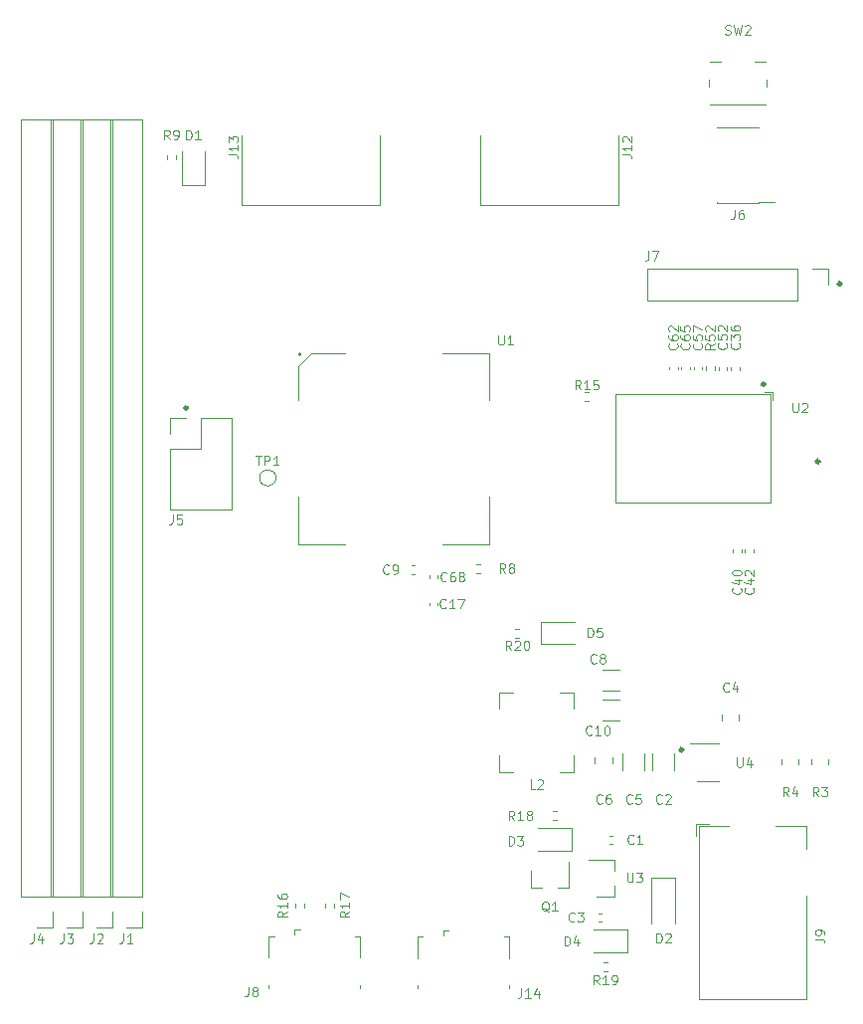
<source format=gbr>
%TF.GenerationSoftware,KiCad,Pcbnew,(5.1.8-0-10_14)*%
%TF.CreationDate,2020-12-07T13:54:23+00:00*%
%TF.ProjectId,STM32MP1_TestBoard,53544d33-324d-4503-915f-54657374426f,rev?*%
%TF.SameCoordinates,Original*%
%TF.FileFunction,Legend,Top*%
%TF.FilePolarity,Positive*%
%FSLAX46Y46*%
G04 Gerber Fmt 4.6, Leading zero omitted, Abs format (unit mm)*
G04 Created by KiCad (PCBNEW (5.1.8-0-10_14)) date 2020-12-07 13:54:23*
%MOMM*%
%LPD*%
G01*
G04 APERTURE LIST*
%ADD10C,0.300000*%
%ADD11C,0.120000*%
%ADD12C,0.200000*%
%ADD13C,0.100000*%
G04 APERTURE END LIST*
D10*
X142354300Y-99390200D02*
G75*
G03*
X142354300Y-99390200I-114300J0D01*
G01*
X198005700Y-88849200D02*
G75*
G03*
X198005700Y-88849200I-114300J0D01*
G01*
X184543700Y-128498600D02*
G75*
G03*
X184543700Y-128498600I-114300J0D01*
G01*
X191528700Y-97383600D02*
G75*
G03*
X191528700Y-97383600I-114300J0D01*
G01*
X196164200Y-103962200D02*
G75*
G03*
X196164200Y-103962200I-114300J0D01*
G01*
D11*
%TO.C,U1*%
X164051000Y-94737000D02*
X168051000Y-94737000D01*
X168051000Y-94737000D02*
X168051000Y-98737000D01*
X164051000Y-94737000D02*
X168051000Y-94737000D01*
X168051000Y-94737000D02*
X168051000Y-98737000D01*
X164051000Y-110977000D02*
X168051000Y-110977000D01*
X168051000Y-110977000D02*
X168051000Y-106977000D01*
X164051000Y-94737000D02*
X168051000Y-94737000D01*
X168051000Y-94737000D02*
X168051000Y-98737000D01*
X155811000Y-110977000D02*
X151811000Y-110977000D01*
X151811000Y-110977000D02*
X151811000Y-106977000D01*
X155811000Y-94737000D02*
X152931000Y-94737000D01*
X152931000Y-94737000D02*
X151811000Y-95857000D01*
X151811000Y-95857000D02*
X151811000Y-98737000D01*
D12*
X152031000Y-94857000D02*
G75*
G03*
X152031000Y-94857000I-100000J0D01*
G01*
D11*
%TO.C,TP1*%
X149899600Y-105359200D02*
G75*
G03*
X149899600Y-105359200I-700000J0D01*
G01*
%TO.C,R20*%
X170601621Y-118934500D02*
X170266379Y-118934500D01*
X170601621Y-118174500D02*
X170266379Y-118174500D01*
%TO.C,R19*%
X178094621Y-147319000D02*
X177759379Y-147319000D01*
X178094621Y-146559000D02*
X177759379Y-146559000D01*
%TO.C,R18*%
X173776621Y-134492000D02*
X173441379Y-134492000D01*
X173776621Y-133732000D02*
X173441379Y-133732000D01*
%TO.C,D5*%
X175307500Y-117594500D02*
X172447500Y-117594500D01*
X172447500Y-117594500D02*
X172447500Y-119514500D01*
X172447500Y-119514500D02*
X175307500Y-119514500D01*
%TO.C,D4*%
X176927000Y-145740000D02*
X179787000Y-145740000D01*
X179787000Y-145740000D02*
X179787000Y-143820000D01*
X179787000Y-143820000D02*
X176927000Y-143820000D01*
%TO.C,D3*%
X172228000Y-137104000D02*
X175088000Y-137104000D01*
X175088000Y-137104000D02*
X175088000Y-135184000D01*
X175088000Y-135184000D02*
X172228000Y-135184000D01*
%TO.C,J9*%
X186750000Y-134790000D02*
X185700000Y-134790000D01*
X185700000Y-135840000D02*
X185700000Y-134790000D01*
X195100000Y-140890000D02*
X195100000Y-149690000D01*
X195100000Y-149690000D02*
X185900000Y-149690000D01*
X192400000Y-134990000D02*
X195100000Y-134990000D01*
X195100000Y-134990000D02*
X195100000Y-136890000D01*
X185900000Y-149690000D02*
X185900000Y-134990000D01*
X185900000Y-134990000D02*
X188500000Y-134990000D01*
%TO.C,D2*%
X183880000Y-139405000D02*
X181880000Y-139405000D01*
X181880000Y-139405000D02*
X181880000Y-143255000D01*
X183880000Y-139405000D02*
X183880000Y-143255000D01*
%TO.C,C57*%
X185466400Y-96153235D02*
X185466400Y-95921565D01*
X186186400Y-96153235D02*
X186186400Y-95921565D01*
%TO.C,C40*%
X189539200Y-111466365D02*
X189539200Y-111698035D01*
X188819200Y-111466365D02*
X188819200Y-111698035D01*
%TO.C,R15*%
X176209979Y-98070400D02*
X176545221Y-98070400D01*
X176209979Y-98830400D02*
X176545221Y-98830400D01*
%TO.C,C62*%
X183383600Y-96153235D02*
X183383600Y-95921565D01*
X184103600Y-96153235D02*
X184103600Y-95921565D01*
%TO.C,U2*%
X192220000Y-98770000D02*
X192220000Y-98070000D01*
X192220000Y-98070000D02*
X191520000Y-98070000D01*
X192020000Y-107470000D02*
X192020000Y-98270000D01*
X192020000Y-98270000D02*
X178820000Y-98270000D01*
X178820000Y-98270000D02*
X178820000Y-107470000D01*
X178820000Y-107470000D02*
X192020000Y-107470000D01*
%TO.C,C36*%
X188666800Y-96178635D02*
X188666800Y-95946965D01*
X189386800Y-96178635D02*
X189386800Y-95946965D01*
%TO.C,C52*%
X187574600Y-96178635D02*
X187574600Y-95946965D01*
X188294600Y-96178635D02*
X188294600Y-95946965D01*
%TO.C,C42*%
X190555200Y-111466365D02*
X190555200Y-111698035D01*
X189835200Y-111466365D02*
X189835200Y-111698035D01*
%TO.C,C65*%
X184425000Y-96153235D02*
X184425000Y-95921565D01*
X185145000Y-96153235D02*
X185145000Y-95921565D01*
%TO.C,R52*%
X186487800Y-96230421D02*
X186487800Y-95895179D01*
X187247800Y-96230421D02*
X187247800Y-95895179D01*
%TO.C,R17*%
X154052000Y-141564379D02*
X154052000Y-141899621D01*
X154812000Y-141564379D02*
X154812000Y-141899621D01*
%TO.C,R16*%
X151512000Y-141564379D02*
X151512000Y-141899621D01*
X152272000Y-141564379D02*
X152272000Y-141899621D01*
%TO.C,J8*%
X151487400Y-143788300D02*
X151487400Y-144238300D01*
X151487400Y-143788300D02*
X151937400Y-143788300D01*
X157087400Y-144338300D02*
X156637400Y-144338300D01*
X157087400Y-146188300D02*
X157087400Y-144338300D01*
X149287400Y-148738300D02*
X149287400Y-148488300D01*
X157087400Y-148738300D02*
X157087400Y-148488300D01*
X149287400Y-146188300D02*
X149287400Y-144338300D01*
X149287400Y-144338300D02*
X149737400Y-144338300D01*
%TO.C,J7*%
X196910000Y-87570000D02*
X196910000Y-88900000D01*
X195580000Y-87570000D02*
X196910000Y-87570000D01*
X194310000Y-87570000D02*
X194310000Y-90230000D01*
X194310000Y-90230000D02*
X181550000Y-90230000D01*
X194310000Y-87570000D02*
X181550000Y-87570000D01*
X181550000Y-87570000D02*
X181550000Y-90230000D01*
%TO.C,J5*%
X140910000Y-100270000D02*
X142240000Y-100270000D01*
X140910000Y-101600000D02*
X140910000Y-100270000D01*
X143510000Y-100270000D02*
X146110000Y-100270000D01*
X143510000Y-102870000D02*
X143510000Y-100270000D01*
X140910000Y-102870000D02*
X143510000Y-102870000D01*
X146110000Y-100270000D02*
X146110000Y-108010000D01*
X140910000Y-102870000D02*
X140910000Y-108010000D01*
X140910000Y-108010000D02*
X146110000Y-108010000D01*
%TO.C,J4*%
X130870000Y-143570000D02*
X129540000Y-143570000D01*
X130870000Y-142240000D02*
X130870000Y-143570000D01*
X130870000Y-140970000D02*
X128210000Y-140970000D01*
X128210000Y-140970000D02*
X128210000Y-74870000D01*
X130870000Y-140970000D02*
X130870000Y-74870000D01*
X130870000Y-74870000D02*
X128210000Y-74870000D01*
%TO.C,J3*%
X133410000Y-143570000D02*
X132080000Y-143570000D01*
X133410000Y-142240000D02*
X133410000Y-143570000D01*
X133410000Y-140970000D02*
X130750000Y-140970000D01*
X130750000Y-140970000D02*
X130750000Y-74870000D01*
X133410000Y-140970000D02*
X133410000Y-74870000D01*
X133410000Y-74870000D02*
X130750000Y-74870000D01*
%TO.C,J2*%
X135950000Y-143570000D02*
X134620000Y-143570000D01*
X135950000Y-142240000D02*
X135950000Y-143570000D01*
X135950000Y-140970000D02*
X133290000Y-140970000D01*
X133290000Y-140970000D02*
X133290000Y-74870000D01*
X135950000Y-140970000D02*
X135950000Y-74870000D01*
X135950000Y-74870000D02*
X133290000Y-74870000D01*
%TO.C,J1*%
X138490000Y-143570000D02*
X137160000Y-143570000D01*
X138490000Y-142240000D02*
X138490000Y-143570000D01*
X138490000Y-140970000D02*
X135830000Y-140970000D01*
X135830000Y-140970000D02*
X135830000Y-74870000D01*
X138490000Y-140970000D02*
X138490000Y-74870000D01*
X138490000Y-74870000D02*
X135830000Y-74870000D01*
%TO.C,C68*%
X163656600Y-113676165D02*
X163656600Y-113907835D01*
X162936600Y-113676165D02*
X162936600Y-113907835D01*
%TO.C,C9*%
X161710635Y-113517000D02*
X161478965Y-113517000D01*
X161710635Y-112797000D02*
X161478965Y-112797000D01*
%TO.C,C17*%
X162936600Y-116219235D02*
X162936600Y-115987565D01*
X163656600Y-116219235D02*
X163656600Y-115987565D01*
%TO.C,C5*%
X181250000Y-130251252D02*
X181250000Y-128828748D01*
X179430000Y-130251252D02*
X179430000Y-128828748D01*
%TO.C,U4*%
X187590000Y-127930000D02*
X185140000Y-127930000D01*
X185790000Y-131150000D02*
X187590000Y-131150000D01*
%TO.C,U3*%
X178687000Y-141026000D02*
X177227000Y-141026000D01*
X178687000Y-137866000D02*
X176527000Y-137866000D01*
X178687000Y-137866000D02*
X178687000Y-138796000D01*
X178687000Y-141026000D02*
X178687000Y-140096000D01*
%TO.C,SW2*%
X187805000Y-69930400D02*
X186880000Y-69930400D01*
X191680000Y-72055400D02*
X191680000Y-71505400D01*
X186780000Y-72055400D02*
X186780000Y-71505400D01*
X191580000Y-73630400D02*
X186880000Y-73630400D01*
X191580000Y-69930400D02*
X190655000Y-69930400D01*
%TO.C,R9*%
X140590000Y-77937379D02*
X140590000Y-78272621D01*
X141350000Y-77937379D02*
X141350000Y-78272621D01*
%TO.C,R8*%
X167299621Y-112713500D02*
X166964379Y-112713500D01*
X167299621Y-113473500D02*
X166964379Y-113473500D01*
%TO.C,R4*%
X194410000Y-129767064D02*
X194410000Y-129312936D01*
X192940000Y-129767064D02*
X192940000Y-129312936D01*
%TO.C,R3*%
X195480000Y-129312936D02*
X195480000Y-129767064D01*
X196950000Y-129312936D02*
X196950000Y-129767064D01*
%TO.C,Q1*%
X171648000Y-140206000D02*
X171648000Y-138746000D01*
X174808000Y-140206000D02*
X174808000Y-138046000D01*
X174808000Y-140206000D02*
X173878000Y-140206000D01*
X171648000Y-140206000D02*
X172578000Y-140206000D01*
%TO.C,L2*%
X175285000Y-130400000D02*
X175285000Y-129000000D01*
X175285000Y-123600000D02*
X175285000Y-125000000D01*
X175285000Y-130400000D02*
X174085000Y-130400000D01*
X175285000Y-123600000D02*
X174085000Y-123600000D01*
X168885000Y-123600000D02*
X170085000Y-123600000D01*
X168885000Y-123600000D02*
X168885000Y-125000000D01*
X168885000Y-130400000D02*
X168885000Y-129000000D01*
X168885000Y-130400000D02*
X170085000Y-130400000D01*
%TO.C,J14*%
X164162000Y-143864500D02*
X164162000Y-144314500D01*
X164162000Y-143864500D02*
X164612000Y-143864500D01*
X169762000Y-144414500D02*
X169312000Y-144414500D01*
X169762000Y-146264500D02*
X169762000Y-144414500D01*
X161962000Y-148814500D02*
X161962000Y-148564500D01*
X169762000Y-148814500D02*
X169762000Y-148564500D01*
X161962000Y-146264500D02*
X161962000Y-144414500D01*
X161962000Y-144414500D02*
X162412000Y-144414500D01*
%TO.C,J13*%
X146939000Y-76250800D02*
X146939000Y-82143600D01*
X158724600Y-82143600D02*
X146939000Y-82143600D01*
X158724600Y-76250800D02*
X158724600Y-82143600D01*
%TO.C,J12*%
X167259000Y-76250800D02*
X167259000Y-82143600D01*
X179044600Y-82143600D02*
X167259000Y-82143600D01*
X179044600Y-76250800D02*
X179044600Y-82143600D01*
%TO.C,J6*%
X187465000Y-75570000D02*
X187465000Y-75505000D01*
X190995000Y-75570000D02*
X190995000Y-75505000D01*
X187465000Y-81975000D02*
X187465000Y-81910000D01*
X190995000Y-81975000D02*
X190995000Y-81910000D01*
X192320000Y-81910000D02*
X190995000Y-81910000D01*
X190995000Y-75505000D02*
X187465000Y-75505000D01*
X190995000Y-81975000D02*
X187465000Y-81975000D01*
%TO.C,D1*%
X143809600Y-80422200D02*
X143809600Y-77562200D01*
X141889600Y-80422200D02*
X143809600Y-80422200D01*
X141889600Y-77562200D02*
X141889600Y-80422200D01*
%TO.C,C10*%
X177723748Y-126005000D02*
X179146252Y-126005000D01*
X177723748Y-124185000D02*
X179146252Y-124185000D01*
%TO.C,C8*%
X177723748Y-123465000D02*
X179146252Y-123465000D01*
X177723748Y-121645000D02*
X179146252Y-121645000D01*
%TO.C,C6*%
X178535000Y-129674252D02*
X178535000Y-129151748D01*
X177065000Y-129674252D02*
X177065000Y-129151748D01*
%TO.C,C4*%
X187860000Y-125468748D02*
X187860000Y-125991252D01*
X189330000Y-125468748D02*
X189330000Y-125991252D01*
%TO.C,C3*%
X177366665Y-143108000D02*
X177598335Y-143108000D01*
X177366665Y-142388000D02*
X177598335Y-142388000D01*
%TO.C,C2*%
X183790000Y-130251252D02*
X183790000Y-128828748D01*
X181970000Y-130251252D02*
X181970000Y-128828748D01*
%TO.C,C1*%
X178550835Y-135784000D02*
X178319165Y-135784000D01*
X178550835Y-136504000D02*
X178319165Y-136504000D01*
%TO.C,U1*%
D13*
X168833876Y-93237104D02*
X168833876Y-93884723D01*
X168871971Y-93960914D01*
X168910066Y-93999009D01*
X168986257Y-94037104D01*
X169138638Y-94037104D01*
X169214828Y-93999009D01*
X169252923Y-93960914D01*
X169291019Y-93884723D01*
X169291019Y-93237104D01*
X170091019Y-94037104D02*
X169633876Y-94037104D01*
X169862447Y-94037104D02*
X169862447Y-93237104D01*
X169786257Y-93351390D01*
X169710066Y-93427580D01*
X169633876Y-93465676D01*
%TO.C,TP1*%
X148190076Y-103473104D02*
X148647219Y-103473104D01*
X148418647Y-104273104D02*
X148418647Y-103473104D01*
X148913885Y-104273104D02*
X148913885Y-103473104D01*
X149218647Y-103473104D01*
X149294838Y-103511200D01*
X149332933Y-103549295D01*
X149371028Y-103625485D01*
X149371028Y-103739771D01*
X149332933Y-103815961D01*
X149294838Y-103854057D01*
X149218647Y-103892152D01*
X148913885Y-103892152D01*
X150132933Y-104273104D02*
X149675790Y-104273104D01*
X149904361Y-104273104D02*
X149904361Y-103473104D01*
X149828171Y-103587390D01*
X149751980Y-103663580D01*
X149675790Y-103701676D01*
%TO.C,R20*%
X169919714Y-119995904D02*
X169653047Y-119614952D01*
X169462571Y-119995904D02*
X169462571Y-119195904D01*
X169767333Y-119195904D01*
X169843523Y-119234000D01*
X169881619Y-119272095D01*
X169919714Y-119348285D01*
X169919714Y-119462571D01*
X169881619Y-119538761D01*
X169843523Y-119576857D01*
X169767333Y-119614952D01*
X169462571Y-119614952D01*
X170224476Y-119272095D02*
X170262571Y-119234000D01*
X170338761Y-119195904D01*
X170529238Y-119195904D01*
X170605428Y-119234000D01*
X170643523Y-119272095D01*
X170681619Y-119348285D01*
X170681619Y-119424476D01*
X170643523Y-119538761D01*
X170186380Y-119995904D01*
X170681619Y-119995904D01*
X171176857Y-119195904D02*
X171253047Y-119195904D01*
X171329238Y-119234000D01*
X171367333Y-119272095D01*
X171405428Y-119348285D01*
X171443523Y-119500666D01*
X171443523Y-119691142D01*
X171405428Y-119843523D01*
X171367333Y-119919714D01*
X171329238Y-119957809D01*
X171253047Y-119995904D01*
X171176857Y-119995904D01*
X171100666Y-119957809D01*
X171062571Y-119919714D01*
X171024476Y-119843523D01*
X170986380Y-119691142D01*
X170986380Y-119500666D01*
X171024476Y-119348285D01*
X171062571Y-119272095D01*
X171100666Y-119234000D01*
X171176857Y-119195904D01*
%TO.C,R19*%
X177412714Y-148470904D02*
X177146047Y-148089952D01*
X176955571Y-148470904D02*
X176955571Y-147670904D01*
X177260333Y-147670904D01*
X177336523Y-147709000D01*
X177374619Y-147747095D01*
X177412714Y-147823285D01*
X177412714Y-147937571D01*
X177374619Y-148013761D01*
X177336523Y-148051857D01*
X177260333Y-148089952D01*
X176955571Y-148089952D01*
X178174619Y-148470904D02*
X177717476Y-148470904D01*
X177946047Y-148470904D02*
X177946047Y-147670904D01*
X177869857Y-147785190D01*
X177793666Y-147861380D01*
X177717476Y-147899476D01*
X178555571Y-148470904D02*
X178707952Y-148470904D01*
X178784142Y-148432809D01*
X178822238Y-148394714D01*
X178898428Y-148280428D01*
X178936523Y-148128047D01*
X178936523Y-147823285D01*
X178898428Y-147747095D01*
X178860333Y-147709000D01*
X178784142Y-147670904D01*
X178631761Y-147670904D01*
X178555571Y-147709000D01*
X178517476Y-147747095D01*
X178479380Y-147823285D01*
X178479380Y-148013761D01*
X178517476Y-148089952D01*
X178555571Y-148128047D01*
X178631761Y-148166142D01*
X178784142Y-148166142D01*
X178860333Y-148128047D01*
X178898428Y-148089952D01*
X178936523Y-148013761D01*
%TO.C,R18*%
X170173714Y-134473904D02*
X169907047Y-134092952D01*
X169716571Y-134473904D02*
X169716571Y-133673904D01*
X170021333Y-133673904D01*
X170097523Y-133712000D01*
X170135619Y-133750095D01*
X170173714Y-133826285D01*
X170173714Y-133940571D01*
X170135619Y-134016761D01*
X170097523Y-134054857D01*
X170021333Y-134092952D01*
X169716571Y-134092952D01*
X170935619Y-134473904D02*
X170478476Y-134473904D01*
X170707047Y-134473904D02*
X170707047Y-133673904D01*
X170630857Y-133788190D01*
X170554666Y-133864380D01*
X170478476Y-133902476D01*
X171392761Y-134016761D02*
X171316571Y-133978666D01*
X171278476Y-133940571D01*
X171240380Y-133864380D01*
X171240380Y-133826285D01*
X171278476Y-133750095D01*
X171316571Y-133712000D01*
X171392761Y-133673904D01*
X171545142Y-133673904D01*
X171621333Y-133712000D01*
X171659428Y-133750095D01*
X171697523Y-133826285D01*
X171697523Y-133864380D01*
X171659428Y-133940571D01*
X171621333Y-133978666D01*
X171545142Y-134016761D01*
X171392761Y-134016761D01*
X171316571Y-134054857D01*
X171278476Y-134092952D01*
X171240380Y-134169142D01*
X171240380Y-134321523D01*
X171278476Y-134397714D01*
X171316571Y-134435809D01*
X171392761Y-134473904D01*
X171545142Y-134473904D01*
X171621333Y-134435809D01*
X171659428Y-134397714D01*
X171697523Y-134321523D01*
X171697523Y-134169142D01*
X171659428Y-134092952D01*
X171621333Y-134054857D01*
X171545142Y-134016761D01*
%TO.C,D5*%
X176447523Y-118916404D02*
X176447523Y-118116404D01*
X176638000Y-118116404D01*
X176752285Y-118154500D01*
X176828476Y-118230690D01*
X176866571Y-118306880D01*
X176904666Y-118459261D01*
X176904666Y-118573547D01*
X176866571Y-118725928D01*
X176828476Y-118802119D01*
X176752285Y-118878309D01*
X176638000Y-118916404D01*
X176447523Y-118916404D01*
X177628476Y-118116404D02*
X177247523Y-118116404D01*
X177209428Y-118497357D01*
X177247523Y-118459261D01*
X177323714Y-118421166D01*
X177514190Y-118421166D01*
X177590380Y-118459261D01*
X177628476Y-118497357D01*
X177666571Y-118573547D01*
X177666571Y-118764023D01*
X177628476Y-118840214D01*
X177590380Y-118878309D01*
X177514190Y-118916404D01*
X177323714Y-118916404D01*
X177247523Y-118878309D01*
X177209428Y-118840214D01*
%TO.C,D4*%
X174466323Y-145141904D02*
X174466323Y-144341904D01*
X174656800Y-144341904D01*
X174771085Y-144380000D01*
X174847276Y-144456190D01*
X174885371Y-144532380D01*
X174923466Y-144684761D01*
X174923466Y-144799047D01*
X174885371Y-144951428D01*
X174847276Y-145027619D01*
X174771085Y-145103809D01*
X174656800Y-145141904D01*
X174466323Y-145141904D01*
X175609180Y-144608571D02*
X175609180Y-145141904D01*
X175418704Y-144303809D02*
X175228228Y-144875238D01*
X175723466Y-144875238D01*
%TO.C,D3*%
X169716523Y-136632904D02*
X169716523Y-135832904D01*
X169907000Y-135832904D01*
X170021285Y-135871000D01*
X170097476Y-135947190D01*
X170135571Y-136023380D01*
X170173666Y-136175761D01*
X170173666Y-136290047D01*
X170135571Y-136442428D01*
X170097476Y-136518619D01*
X170021285Y-136594809D01*
X169907000Y-136632904D01*
X169716523Y-136632904D01*
X170440333Y-135832904D02*
X170935571Y-135832904D01*
X170668904Y-136137666D01*
X170783190Y-136137666D01*
X170859380Y-136175761D01*
X170897476Y-136213857D01*
X170935571Y-136290047D01*
X170935571Y-136480523D01*
X170897476Y-136556714D01*
X170859380Y-136594809D01*
X170783190Y-136632904D01*
X170554619Y-136632904D01*
X170478428Y-136594809D01*
X170440333Y-136556714D01*
%TO.C,J9*%
X195811904Y-144606666D02*
X196383333Y-144606666D01*
X196497619Y-144644761D01*
X196573809Y-144720952D01*
X196611904Y-144835238D01*
X196611904Y-144911428D01*
X196611904Y-144187619D02*
X196611904Y-144035238D01*
X196573809Y-143959047D01*
X196535714Y-143920952D01*
X196421428Y-143844761D01*
X196269047Y-143806666D01*
X195964285Y-143806666D01*
X195888095Y-143844761D01*
X195850000Y-143882857D01*
X195811904Y-143959047D01*
X195811904Y-144111428D01*
X195850000Y-144187619D01*
X195888095Y-144225714D01*
X195964285Y-144263809D01*
X196154761Y-144263809D01*
X196230952Y-144225714D01*
X196269047Y-144187619D01*
X196307142Y-144111428D01*
X196307142Y-143959047D01*
X196269047Y-143882857D01*
X196230952Y-143844761D01*
X196154761Y-143806666D01*
%TO.C,D2*%
X182289523Y-144887904D02*
X182289523Y-144087904D01*
X182480000Y-144087904D01*
X182594285Y-144126000D01*
X182670476Y-144202190D01*
X182708571Y-144278380D01*
X182746666Y-144430761D01*
X182746666Y-144545047D01*
X182708571Y-144697428D01*
X182670476Y-144773619D01*
X182594285Y-144849809D01*
X182480000Y-144887904D01*
X182289523Y-144887904D01*
X183051428Y-144164095D02*
X183089523Y-144126000D01*
X183165714Y-144087904D01*
X183356190Y-144087904D01*
X183432380Y-144126000D01*
X183470476Y-144164095D01*
X183508571Y-144240285D01*
X183508571Y-144316476D01*
X183470476Y-144430761D01*
X183013333Y-144887904D01*
X183508571Y-144887904D01*
%TO.C,C57*%
X186112114Y-93935485D02*
X186150209Y-93973580D01*
X186188304Y-94087866D01*
X186188304Y-94164057D01*
X186150209Y-94278342D01*
X186074019Y-94354533D01*
X185997828Y-94392628D01*
X185845447Y-94430723D01*
X185731161Y-94430723D01*
X185578780Y-94392628D01*
X185502590Y-94354533D01*
X185426400Y-94278342D01*
X185388304Y-94164057D01*
X185388304Y-94087866D01*
X185426400Y-93973580D01*
X185464495Y-93935485D01*
X185388304Y-93211676D02*
X185388304Y-93592628D01*
X185769257Y-93630723D01*
X185731161Y-93592628D01*
X185693066Y-93516438D01*
X185693066Y-93325961D01*
X185731161Y-93249771D01*
X185769257Y-93211676D01*
X185845447Y-93173580D01*
X186035923Y-93173580D01*
X186112114Y-93211676D01*
X186150209Y-93249771D01*
X186188304Y-93325961D01*
X186188304Y-93516438D01*
X186150209Y-93592628D01*
X186112114Y-93630723D01*
X185388304Y-92906914D02*
X185388304Y-92373580D01*
X186188304Y-92716438D01*
%TO.C,C40*%
X189464914Y-114738085D02*
X189503009Y-114776180D01*
X189541104Y-114890466D01*
X189541104Y-114966657D01*
X189503009Y-115080942D01*
X189426819Y-115157133D01*
X189350628Y-115195228D01*
X189198247Y-115233323D01*
X189083961Y-115233323D01*
X188931580Y-115195228D01*
X188855390Y-115157133D01*
X188779200Y-115080942D01*
X188741104Y-114966657D01*
X188741104Y-114890466D01*
X188779200Y-114776180D01*
X188817295Y-114738085D01*
X189007771Y-114052371D02*
X189541104Y-114052371D01*
X188703009Y-114242847D02*
X189274438Y-114433323D01*
X189274438Y-113938085D01*
X188741104Y-113480942D02*
X188741104Y-113404752D01*
X188779200Y-113328561D01*
X188817295Y-113290466D01*
X188893485Y-113252371D01*
X189045866Y-113214276D01*
X189236342Y-113214276D01*
X189388723Y-113252371D01*
X189464914Y-113290466D01*
X189503009Y-113328561D01*
X189541104Y-113404752D01*
X189541104Y-113480942D01*
X189503009Y-113557133D01*
X189464914Y-113595228D01*
X189388723Y-113633323D01*
X189236342Y-113671419D01*
X189045866Y-113671419D01*
X188893485Y-113633323D01*
X188817295Y-113595228D01*
X188779200Y-113557133D01*
X188741104Y-113480942D01*
%TO.C,R15*%
X175837914Y-97847104D02*
X175571247Y-97466152D01*
X175380771Y-97847104D02*
X175380771Y-97047104D01*
X175685533Y-97047104D01*
X175761723Y-97085200D01*
X175799819Y-97123295D01*
X175837914Y-97199485D01*
X175837914Y-97313771D01*
X175799819Y-97389961D01*
X175761723Y-97428057D01*
X175685533Y-97466152D01*
X175380771Y-97466152D01*
X176599819Y-97847104D02*
X176142676Y-97847104D01*
X176371247Y-97847104D02*
X176371247Y-97047104D01*
X176295057Y-97161390D01*
X176218866Y-97237580D01*
X176142676Y-97275676D01*
X177323628Y-97047104D02*
X176942676Y-97047104D01*
X176904580Y-97428057D01*
X176942676Y-97389961D01*
X177018866Y-97351866D01*
X177209342Y-97351866D01*
X177285533Y-97389961D01*
X177323628Y-97428057D01*
X177361723Y-97504247D01*
X177361723Y-97694723D01*
X177323628Y-97770914D01*
X177285533Y-97809009D01*
X177209342Y-97847104D01*
X177018866Y-97847104D01*
X176942676Y-97809009D01*
X176904580Y-97770914D01*
%TO.C,C62*%
X184029314Y-93935485D02*
X184067409Y-93973580D01*
X184105504Y-94087866D01*
X184105504Y-94164057D01*
X184067409Y-94278342D01*
X183991219Y-94354533D01*
X183915028Y-94392628D01*
X183762647Y-94430723D01*
X183648361Y-94430723D01*
X183495980Y-94392628D01*
X183419790Y-94354533D01*
X183343600Y-94278342D01*
X183305504Y-94164057D01*
X183305504Y-94087866D01*
X183343600Y-93973580D01*
X183381695Y-93935485D01*
X183305504Y-93249771D02*
X183305504Y-93402152D01*
X183343600Y-93478342D01*
X183381695Y-93516438D01*
X183495980Y-93592628D01*
X183648361Y-93630723D01*
X183953123Y-93630723D01*
X184029314Y-93592628D01*
X184067409Y-93554533D01*
X184105504Y-93478342D01*
X184105504Y-93325961D01*
X184067409Y-93249771D01*
X184029314Y-93211676D01*
X183953123Y-93173580D01*
X183762647Y-93173580D01*
X183686457Y-93211676D01*
X183648361Y-93249771D01*
X183610266Y-93325961D01*
X183610266Y-93478342D01*
X183648361Y-93554533D01*
X183686457Y-93592628D01*
X183762647Y-93630723D01*
X183381695Y-92868819D02*
X183343600Y-92830723D01*
X183305504Y-92754533D01*
X183305504Y-92564057D01*
X183343600Y-92487866D01*
X183381695Y-92449771D01*
X183457885Y-92411676D01*
X183534076Y-92411676D01*
X183648361Y-92449771D01*
X184105504Y-92906914D01*
X184105504Y-92411676D01*
%TO.C,U2*%
X193903676Y-98977504D02*
X193903676Y-99625123D01*
X193941771Y-99701314D01*
X193979866Y-99739409D01*
X194056057Y-99777504D01*
X194208438Y-99777504D01*
X194284628Y-99739409D01*
X194322723Y-99701314D01*
X194360819Y-99625123D01*
X194360819Y-98977504D01*
X194703676Y-99053695D02*
X194741771Y-99015600D01*
X194817961Y-98977504D01*
X195008438Y-98977504D01*
X195084628Y-99015600D01*
X195122723Y-99053695D01*
X195160819Y-99129885D01*
X195160819Y-99206076D01*
X195122723Y-99320361D01*
X194665580Y-99777504D01*
X195160819Y-99777504D01*
%TO.C,C36*%
X189312514Y-93884685D02*
X189350609Y-93922780D01*
X189388704Y-94037066D01*
X189388704Y-94113257D01*
X189350609Y-94227542D01*
X189274419Y-94303733D01*
X189198228Y-94341828D01*
X189045847Y-94379923D01*
X188931561Y-94379923D01*
X188779180Y-94341828D01*
X188702990Y-94303733D01*
X188626800Y-94227542D01*
X188588704Y-94113257D01*
X188588704Y-94037066D01*
X188626800Y-93922780D01*
X188664895Y-93884685D01*
X188588704Y-93618019D02*
X188588704Y-93122780D01*
X188893466Y-93389447D01*
X188893466Y-93275161D01*
X188931561Y-93198971D01*
X188969657Y-93160876D01*
X189045847Y-93122780D01*
X189236323Y-93122780D01*
X189312514Y-93160876D01*
X189350609Y-93198971D01*
X189388704Y-93275161D01*
X189388704Y-93503733D01*
X189350609Y-93579923D01*
X189312514Y-93618019D01*
X188588704Y-92437066D02*
X188588704Y-92589447D01*
X188626800Y-92665638D01*
X188664895Y-92703733D01*
X188779180Y-92779923D01*
X188931561Y-92818019D01*
X189236323Y-92818019D01*
X189312514Y-92779923D01*
X189350609Y-92741828D01*
X189388704Y-92665638D01*
X189388704Y-92513257D01*
X189350609Y-92437066D01*
X189312514Y-92398971D01*
X189236323Y-92360876D01*
X189045847Y-92360876D01*
X188969657Y-92398971D01*
X188931561Y-92437066D01*
X188893466Y-92513257D01*
X188893466Y-92665638D01*
X188931561Y-92741828D01*
X188969657Y-92779923D01*
X189045847Y-92818019D01*
%TO.C,C52*%
X188220314Y-93910085D02*
X188258409Y-93948180D01*
X188296504Y-94062466D01*
X188296504Y-94138657D01*
X188258409Y-94252942D01*
X188182219Y-94329133D01*
X188106028Y-94367228D01*
X187953647Y-94405323D01*
X187839361Y-94405323D01*
X187686980Y-94367228D01*
X187610790Y-94329133D01*
X187534600Y-94252942D01*
X187496504Y-94138657D01*
X187496504Y-94062466D01*
X187534600Y-93948180D01*
X187572695Y-93910085D01*
X187496504Y-93186276D02*
X187496504Y-93567228D01*
X187877457Y-93605323D01*
X187839361Y-93567228D01*
X187801266Y-93491038D01*
X187801266Y-93300561D01*
X187839361Y-93224371D01*
X187877457Y-93186276D01*
X187953647Y-93148180D01*
X188144123Y-93148180D01*
X188220314Y-93186276D01*
X188258409Y-93224371D01*
X188296504Y-93300561D01*
X188296504Y-93491038D01*
X188258409Y-93567228D01*
X188220314Y-93605323D01*
X187572695Y-92843419D02*
X187534600Y-92805323D01*
X187496504Y-92729133D01*
X187496504Y-92538657D01*
X187534600Y-92462466D01*
X187572695Y-92424371D01*
X187648885Y-92386276D01*
X187725076Y-92386276D01*
X187839361Y-92424371D01*
X188296504Y-92881514D01*
X188296504Y-92386276D01*
%TO.C,C42*%
X190531714Y-114712685D02*
X190569809Y-114750780D01*
X190607904Y-114865066D01*
X190607904Y-114941257D01*
X190569809Y-115055542D01*
X190493619Y-115131733D01*
X190417428Y-115169828D01*
X190265047Y-115207923D01*
X190150761Y-115207923D01*
X189998380Y-115169828D01*
X189922190Y-115131733D01*
X189846000Y-115055542D01*
X189807904Y-114941257D01*
X189807904Y-114865066D01*
X189846000Y-114750780D01*
X189884095Y-114712685D01*
X190074571Y-114026971D02*
X190607904Y-114026971D01*
X189769809Y-114217447D02*
X190341238Y-114407923D01*
X190341238Y-113912685D01*
X189884095Y-113646019D02*
X189846000Y-113607923D01*
X189807904Y-113531733D01*
X189807904Y-113341257D01*
X189846000Y-113265066D01*
X189884095Y-113226971D01*
X189960285Y-113188876D01*
X190036476Y-113188876D01*
X190150761Y-113226971D01*
X190607904Y-113684114D01*
X190607904Y-113188876D01*
%TO.C,C65*%
X185070714Y-93935485D02*
X185108809Y-93973580D01*
X185146904Y-94087866D01*
X185146904Y-94164057D01*
X185108809Y-94278342D01*
X185032619Y-94354533D01*
X184956428Y-94392628D01*
X184804047Y-94430723D01*
X184689761Y-94430723D01*
X184537380Y-94392628D01*
X184461190Y-94354533D01*
X184385000Y-94278342D01*
X184346904Y-94164057D01*
X184346904Y-94087866D01*
X184385000Y-93973580D01*
X184423095Y-93935485D01*
X184346904Y-93249771D02*
X184346904Y-93402152D01*
X184385000Y-93478342D01*
X184423095Y-93516438D01*
X184537380Y-93592628D01*
X184689761Y-93630723D01*
X184994523Y-93630723D01*
X185070714Y-93592628D01*
X185108809Y-93554533D01*
X185146904Y-93478342D01*
X185146904Y-93325961D01*
X185108809Y-93249771D01*
X185070714Y-93211676D01*
X184994523Y-93173580D01*
X184804047Y-93173580D01*
X184727857Y-93211676D01*
X184689761Y-93249771D01*
X184651666Y-93325961D01*
X184651666Y-93478342D01*
X184689761Y-93554533D01*
X184727857Y-93592628D01*
X184804047Y-93630723D01*
X184346904Y-92449771D02*
X184346904Y-92830723D01*
X184727857Y-92868819D01*
X184689761Y-92830723D01*
X184651666Y-92754533D01*
X184651666Y-92564057D01*
X184689761Y-92487866D01*
X184727857Y-92449771D01*
X184804047Y-92411676D01*
X184994523Y-92411676D01*
X185070714Y-92449771D01*
X185108809Y-92487866D01*
X185146904Y-92564057D01*
X185146904Y-92754533D01*
X185108809Y-92830723D01*
X185070714Y-92868819D01*
%TO.C,R52*%
X187255104Y-93935485D02*
X186874152Y-94202152D01*
X187255104Y-94392628D02*
X186455104Y-94392628D01*
X186455104Y-94087866D01*
X186493200Y-94011676D01*
X186531295Y-93973580D01*
X186607485Y-93935485D01*
X186721771Y-93935485D01*
X186797961Y-93973580D01*
X186836057Y-94011676D01*
X186874152Y-94087866D01*
X186874152Y-94392628D01*
X186455104Y-93211676D02*
X186455104Y-93592628D01*
X186836057Y-93630723D01*
X186797961Y-93592628D01*
X186759866Y-93516438D01*
X186759866Y-93325961D01*
X186797961Y-93249771D01*
X186836057Y-93211676D01*
X186912247Y-93173580D01*
X187102723Y-93173580D01*
X187178914Y-93211676D01*
X187217009Y-93249771D01*
X187255104Y-93325961D01*
X187255104Y-93516438D01*
X187217009Y-93592628D01*
X187178914Y-93630723D01*
X186531295Y-92868819D02*
X186493200Y-92830723D01*
X186455104Y-92754533D01*
X186455104Y-92564057D01*
X186493200Y-92487866D01*
X186531295Y-92449771D01*
X186607485Y-92411676D01*
X186683676Y-92411676D01*
X186797961Y-92449771D01*
X187255104Y-92906914D01*
X187255104Y-92411676D01*
%TO.C,R17*%
X156127404Y-142246285D02*
X155746452Y-142512952D01*
X156127404Y-142703428D02*
X155327404Y-142703428D01*
X155327404Y-142398666D01*
X155365500Y-142322476D01*
X155403595Y-142284380D01*
X155479785Y-142246285D01*
X155594071Y-142246285D01*
X155670261Y-142284380D01*
X155708357Y-142322476D01*
X155746452Y-142398666D01*
X155746452Y-142703428D01*
X156127404Y-141484380D02*
X156127404Y-141941523D01*
X156127404Y-141712952D02*
X155327404Y-141712952D01*
X155441690Y-141789142D01*
X155517880Y-141865333D01*
X155555976Y-141941523D01*
X155327404Y-141217714D02*
X155327404Y-140684380D01*
X156127404Y-141027238D01*
%TO.C,R16*%
X150856904Y-142246285D02*
X150475952Y-142512952D01*
X150856904Y-142703428D02*
X150056904Y-142703428D01*
X150056904Y-142398666D01*
X150095000Y-142322476D01*
X150133095Y-142284380D01*
X150209285Y-142246285D01*
X150323571Y-142246285D01*
X150399761Y-142284380D01*
X150437857Y-142322476D01*
X150475952Y-142398666D01*
X150475952Y-142703428D01*
X150856904Y-141484380D02*
X150856904Y-141941523D01*
X150856904Y-141712952D02*
X150056904Y-141712952D01*
X150171190Y-141789142D01*
X150247380Y-141865333D01*
X150285476Y-141941523D01*
X150056904Y-140798666D02*
X150056904Y-140951047D01*
X150095000Y-141027238D01*
X150133095Y-141065333D01*
X150247380Y-141141523D01*
X150399761Y-141179619D01*
X150704523Y-141179619D01*
X150780714Y-141141523D01*
X150818809Y-141103428D01*
X150856904Y-141027238D01*
X150856904Y-140874857D01*
X150818809Y-140798666D01*
X150780714Y-140760571D01*
X150704523Y-140722476D01*
X150514047Y-140722476D01*
X150437857Y-140760571D01*
X150399761Y-140798666D01*
X150361666Y-140874857D01*
X150361666Y-141027238D01*
X150399761Y-141103428D01*
X150437857Y-141141523D01*
X150514047Y-141179619D01*
%TO.C,J8*%
X147561333Y-148659904D02*
X147561333Y-149231333D01*
X147523238Y-149345619D01*
X147447047Y-149421809D01*
X147332761Y-149459904D01*
X147256571Y-149459904D01*
X148056571Y-149002761D02*
X147980380Y-148964666D01*
X147942285Y-148926571D01*
X147904190Y-148850380D01*
X147904190Y-148812285D01*
X147942285Y-148736095D01*
X147980380Y-148698000D01*
X148056571Y-148659904D01*
X148208952Y-148659904D01*
X148285142Y-148698000D01*
X148323238Y-148736095D01*
X148361333Y-148812285D01*
X148361333Y-148850380D01*
X148323238Y-148926571D01*
X148285142Y-148964666D01*
X148208952Y-149002761D01*
X148056571Y-149002761D01*
X147980380Y-149040857D01*
X147942285Y-149078952D01*
X147904190Y-149155142D01*
X147904190Y-149307523D01*
X147942285Y-149383714D01*
X147980380Y-149421809D01*
X148056571Y-149459904D01*
X148208952Y-149459904D01*
X148285142Y-149421809D01*
X148323238Y-149383714D01*
X148361333Y-149307523D01*
X148361333Y-149155142D01*
X148323238Y-149078952D01*
X148285142Y-149040857D01*
X148208952Y-149002761D01*
%TO.C,J7*%
X181622733Y-86074304D02*
X181622733Y-86645733D01*
X181584638Y-86760019D01*
X181508447Y-86836209D01*
X181394161Y-86874304D01*
X181317971Y-86874304D01*
X181927495Y-86074304D02*
X182460828Y-86074304D01*
X182117971Y-86874304D01*
%TO.C,J5*%
X141122433Y-108502504D02*
X141122433Y-109073933D01*
X141084338Y-109188219D01*
X141008147Y-109264409D01*
X140893861Y-109302504D01*
X140817671Y-109302504D01*
X141884338Y-108502504D02*
X141503385Y-108502504D01*
X141465290Y-108883457D01*
X141503385Y-108845361D01*
X141579576Y-108807266D01*
X141770052Y-108807266D01*
X141846242Y-108845361D01*
X141884338Y-108883457D01*
X141922433Y-108959647D01*
X141922433Y-109150123D01*
X141884338Y-109226314D01*
X141846242Y-109264409D01*
X141770052Y-109302504D01*
X141579576Y-109302504D01*
X141503385Y-109264409D01*
X141465290Y-109226314D01*
%TO.C,J4*%
X129273333Y-144131904D02*
X129273333Y-144703333D01*
X129235238Y-144817619D01*
X129159047Y-144893809D01*
X129044761Y-144931904D01*
X128968571Y-144931904D01*
X129997142Y-144398571D02*
X129997142Y-144931904D01*
X129806666Y-144093809D02*
X129616190Y-144665238D01*
X130111428Y-144665238D01*
%TO.C,J3*%
X131813333Y-144131904D02*
X131813333Y-144703333D01*
X131775238Y-144817619D01*
X131699047Y-144893809D01*
X131584761Y-144931904D01*
X131508571Y-144931904D01*
X132118095Y-144131904D02*
X132613333Y-144131904D01*
X132346666Y-144436666D01*
X132460952Y-144436666D01*
X132537142Y-144474761D01*
X132575238Y-144512857D01*
X132613333Y-144589047D01*
X132613333Y-144779523D01*
X132575238Y-144855714D01*
X132537142Y-144893809D01*
X132460952Y-144931904D01*
X132232380Y-144931904D01*
X132156190Y-144893809D01*
X132118095Y-144855714D01*
%TO.C,J2*%
X134353333Y-144131904D02*
X134353333Y-144703333D01*
X134315238Y-144817619D01*
X134239047Y-144893809D01*
X134124761Y-144931904D01*
X134048571Y-144931904D01*
X134696190Y-144208095D02*
X134734285Y-144170000D01*
X134810476Y-144131904D01*
X135000952Y-144131904D01*
X135077142Y-144170000D01*
X135115238Y-144208095D01*
X135153333Y-144284285D01*
X135153333Y-144360476D01*
X135115238Y-144474761D01*
X134658095Y-144931904D01*
X135153333Y-144931904D01*
%TO.C,J1*%
X136893333Y-144131904D02*
X136893333Y-144703333D01*
X136855238Y-144817619D01*
X136779047Y-144893809D01*
X136664761Y-144931904D01*
X136588571Y-144931904D01*
X137693333Y-144931904D02*
X137236190Y-144931904D01*
X137464761Y-144931904D02*
X137464761Y-144131904D01*
X137388571Y-144246190D01*
X137312380Y-144322380D01*
X137236190Y-144360476D01*
%TO.C,C68*%
X164407914Y-114103114D02*
X164369819Y-114141209D01*
X164255533Y-114179304D01*
X164179342Y-114179304D01*
X164065057Y-114141209D01*
X163988866Y-114065019D01*
X163950771Y-113988828D01*
X163912676Y-113836447D01*
X163912676Y-113722161D01*
X163950771Y-113569780D01*
X163988866Y-113493590D01*
X164065057Y-113417400D01*
X164179342Y-113379304D01*
X164255533Y-113379304D01*
X164369819Y-113417400D01*
X164407914Y-113455495D01*
X165093628Y-113379304D02*
X164941247Y-113379304D01*
X164865057Y-113417400D01*
X164826961Y-113455495D01*
X164750771Y-113569780D01*
X164712676Y-113722161D01*
X164712676Y-114026923D01*
X164750771Y-114103114D01*
X164788866Y-114141209D01*
X164865057Y-114179304D01*
X165017438Y-114179304D01*
X165093628Y-114141209D01*
X165131723Y-114103114D01*
X165169819Y-114026923D01*
X165169819Y-113836447D01*
X165131723Y-113760257D01*
X165093628Y-113722161D01*
X165017438Y-113684066D01*
X164865057Y-113684066D01*
X164788866Y-113722161D01*
X164750771Y-113760257D01*
X164712676Y-113836447D01*
X165626961Y-113722161D02*
X165550771Y-113684066D01*
X165512676Y-113645971D01*
X165474580Y-113569780D01*
X165474580Y-113531685D01*
X165512676Y-113455495D01*
X165550771Y-113417400D01*
X165626961Y-113379304D01*
X165779342Y-113379304D01*
X165855533Y-113417400D01*
X165893628Y-113455495D01*
X165931723Y-113531685D01*
X165931723Y-113569780D01*
X165893628Y-113645971D01*
X165855533Y-113684066D01*
X165779342Y-113722161D01*
X165626961Y-113722161D01*
X165550771Y-113760257D01*
X165512676Y-113798352D01*
X165474580Y-113874542D01*
X165474580Y-114026923D01*
X165512676Y-114103114D01*
X165550771Y-114141209D01*
X165626961Y-114179304D01*
X165779342Y-114179304D01*
X165855533Y-114141209D01*
X165893628Y-114103114D01*
X165931723Y-114026923D01*
X165931723Y-113874542D01*
X165893628Y-113798352D01*
X165855533Y-113760257D01*
X165779342Y-113722161D01*
%TO.C,C9*%
X159505666Y-113468114D02*
X159467571Y-113506209D01*
X159353285Y-113544304D01*
X159277095Y-113544304D01*
X159162809Y-113506209D01*
X159086619Y-113430019D01*
X159048523Y-113353828D01*
X159010428Y-113201447D01*
X159010428Y-113087161D01*
X159048523Y-112934780D01*
X159086619Y-112858590D01*
X159162809Y-112782400D01*
X159277095Y-112744304D01*
X159353285Y-112744304D01*
X159467571Y-112782400D01*
X159505666Y-112820495D01*
X159886619Y-113544304D02*
X160039000Y-113544304D01*
X160115190Y-113506209D01*
X160153285Y-113468114D01*
X160229476Y-113353828D01*
X160267571Y-113201447D01*
X160267571Y-112896685D01*
X160229476Y-112820495D01*
X160191380Y-112782400D01*
X160115190Y-112744304D01*
X159962809Y-112744304D01*
X159886619Y-112782400D01*
X159848523Y-112820495D01*
X159810428Y-112896685D01*
X159810428Y-113087161D01*
X159848523Y-113163352D01*
X159886619Y-113201447D01*
X159962809Y-113239542D01*
X160115190Y-113239542D01*
X160191380Y-113201447D01*
X160229476Y-113163352D01*
X160267571Y-113087161D01*
%TO.C,C17*%
X164357114Y-116389114D02*
X164319019Y-116427209D01*
X164204733Y-116465304D01*
X164128542Y-116465304D01*
X164014257Y-116427209D01*
X163938066Y-116351019D01*
X163899971Y-116274828D01*
X163861876Y-116122447D01*
X163861876Y-116008161D01*
X163899971Y-115855780D01*
X163938066Y-115779590D01*
X164014257Y-115703400D01*
X164128542Y-115665304D01*
X164204733Y-115665304D01*
X164319019Y-115703400D01*
X164357114Y-115741495D01*
X165119019Y-116465304D02*
X164661876Y-116465304D01*
X164890447Y-116465304D02*
X164890447Y-115665304D01*
X164814257Y-115779590D01*
X164738066Y-115855780D01*
X164661876Y-115893876D01*
X165385685Y-115665304D02*
X165919019Y-115665304D01*
X165576161Y-116465304D01*
%TO.C,C5*%
X180206666Y-133000714D02*
X180168571Y-133038809D01*
X180054285Y-133076904D01*
X179978095Y-133076904D01*
X179863809Y-133038809D01*
X179787619Y-132962619D01*
X179749523Y-132886428D01*
X179711428Y-132734047D01*
X179711428Y-132619761D01*
X179749523Y-132467380D01*
X179787619Y-132391190D01*
X179863809Y-132315000D01*
X179978095Y-132276904D01*
X180054285Y-132276904D01*
X180168571Y-132315000D01*
X180206666Y-132353095D01*
X180930476Y-132276904D02*
X180549523Y-132276904D01*
X180511428Y-132657857D01*
X180549523Y-132619761D01*
X180625714Y-132581666D01*
X180816190Y-132581666D01*
X180892380Y-132619761D01*
X180930476Y-132657857D01*
X180968571Y-132734047D01*
X180968571Y-132924523D01*
X180930476Y-133000714D01*
X180892380Y-133038809D01*
X180816190Y-133076904D01*
X180625714Y-133076904D01*
X180549523Y-133038809D01*
X180511428Y-133000714D01*
%TO.C,U4*%
X189179276Y-129152704D02*
X189179276Y-129800323D01*
X189217371Y-129876514D01*
X189255466Y-129914609D01*
X189331657Y-129952704D01*
X189484038Y-129952704D01*
X189560228Y-129914609D01*
X189598323Y-129876514D01*
X189636419Y-129800323D01*
X189636419Y-129152704D01*
X190360228Y-129419371D02*
X190360228Y-129952704D01*
X190169752Y-129114609D02*
X189979276Y-129686038D01*
X190474514Y-129686038D01*
%TO.C,U3*%
X179832076Y-138957104D02*
X179832076Y-139604723D01*
X179870171Y-139680914D01*
X179908266Y-139719009D01*
X179984457Y-139757104D01*
X180136838Y-139757104D01*
X180213028Y-139719009D01*
X180251123Y-139680914D01*
X180289219Y-139604723D01*
X180289219Y-138957104D01*
X180593980Y-138957104D02*
X181089219Y-138957104D01*
X180822552Y-139261866D01*
X180936838Y-139261866D01*
X181013028Y-139299961D01*
X181051123Y-139338057D01*
X181089219Y-139414247D01*
X181089219Y-139604723D01*
X181051123Y-139680914D01*
X181013028Y-139719009D01*
X180936838Y-139757104D01*
X180708266Y-139757104D01*
X180632076Y-139719009D01*
X180593980Y-139680914D01*
%TO.C,SW2*%
X188163333Y-67604209D02*
X188277619Y-67642304D01*
X188468095Y-67642304D01*
X188544285Y-67604209D01*
X188582380Y-67566114D01*
X188620476Y-67489923D01*
X188620476Y-67413733D01*
X188582380Y-67337542D01*
X188544285Y-67299447D01*
X188468095Y-67261352D01*
X188315714Y-67223257D01*
X188239523Y-67185161D01*
X188201428Y-67147066D01*
X188163333Y-67070876D01*
X188163333Y-66994685D01*
X188201428Y-66918495D01*
X188239523Y-66880400D01*
X188315714Y-66842304D01*
X188506190Y-66842304D01*
X188620476Y-66880400D01*
X188887142Y-66842304D02*
X189077619Y-67642304D01*
X189230000Y-67070876D01*
X189382380Y-67642304D01*
X189572857Y-66842304D01*
X189839523Y-66918495D02*
X189877619Y-66880400D01*
X189953809Y-66842304D01*
X190144285Y-66842304D01*
X190220476Y-66880400D01*
X190258571Y-66918495D01*
X190296666Y-66994685D01*
X190296666Y-67070876D01*
X190258571Y-67185161D01*
X189801428Y-67642304D01*
X190296666Y-67642304D01*
%TO.C,R9*%
X140836666Y-76561904D02*
X140570000Y-76180952D01*
X140379523Y-76561904D02*
X140379523Y-75761904D01*
X140684285Y-75761904D01*
X140760476Y-75800000D01*
X140798571Y-75838095D01*
X140836666Y-75914285D01*
X140836666Y-76028571D01*
X140798571Y-76104761D01*
X140760476Y-76142857D01*
X140684285Y-76180952D01*
X140379523Y-76180952D01*
X141217619Y-76561904D02*
X141370000Y-76561904D01*
X141446190Y-76523809D01*
X141484285Y-76485714D01*
X141560476Y-76371428D01*
X141598571Y-76219047D01*
X141598571Y-75914285D01*
X141560476Y-75838095D01*
X141522380Y-75800000D01*
X141446190Y-75761904D01*
X141293809Y-75761904D01*
X141217619Y-75800000D01*
X141179523Y-75838095D01*
X141141428Y-75914285D01*
X141141428Y-76104761D01*
X141179523Y-76180952D01*
X141217619Y-76219047D01*
X141293809Y-76257142D01*
X141446190Y-76257142D01*
X141522380Y-76219047D01*
X141560476Y-76180952D01*
X141598571Y-76104761D01*
%TO.C,R8*%
X169411666Y-113442704D02*
X169145000Y-113061752D01*
X168954523Y-113442704D02*
X168954523Y-112642704D01*
X169259285Y-112642704D01*
X169335476Y-112680800D01*
X169373571Y-112718895D01*
X169411666Y-112795085D01*
X169411666Y-112909371D01*
X169373571Y-112985561D01*
X169335476Y-113023657D01*
X169259285Y-113061752D01*
X168954523Y-113061752D01*
X169868809Y-112985561D02*
X169792619Y-112947466D01*
X169754523Y-112909371D01*
X169716428Y-112833180D01*
X169716428Y-112795085D01*
X169754523Y-112718895D01*
X169792619Y-112680800D01*
X169868809Y-112642704D01*
X170021190Y-112642704D01*
X170097380Y-112680800D01*
X170135476Y-112718895D01*
X170173571Y-112795085D01*
X170173571Y-112833180D01*
X170135476Y-112909371D01*
X170097380Y-112947466D01*
X170021190Y-112985561D01*
X169868809Y-112985561D01*
X169792619Y-113023657D01*
X169754523Y-113061752D01*
X169716428Y-113137942D01*
X169716428Y-113290323D01*
X169754523Y-113366514D01*
X169792619Y-113404609D01*
X169868809Y-113442704D01*
X170021190Y-113442704D01*
X170097380Y-113404609D01*
X170135476Y-113366514D01*
X170173571Y-113290323D01*
X170173571Y-113137942D01*
X170135476Y-113061752D01*
X170097380Y-113023657D01*
X170021190Y-112985561D01*
%TO.C,R4*%
X193541666Y-132441904D02*
X193275000Y-132060952D01*
X193084523Y-132441904D02*
X193084523Y-131641904D01*
X193389285Y-131641904D01*
X193465476Y-131680000D01*
X193503571Y-131718095D01*
X193541666Y-131794285D01*
X193541666Y-131908571D01*
X193503571Y-131984761D01*
X193465476Y-132022857D01*
X193389285Y-132060952D01*
X193084523Y-132060952D01*
X194227380Y-131908571D02*
X194227380Y-132441904D01*
X194036904Y-131603809D02*
X193846428Y-132175238D01*
X194341666Y-132175238D01*
%TO.C,R3*%
X196081666Y-132441904D02*
X195815000Y-132060952D01*
X195624523Y-132441904D02*
X195624523Y-131641904D01*
X195929285Y-131641904D01*
X196005476Y-131680000D01*
X196043571Y-131718095D01*
X196081666Y-131794285D01*
X196081666Y-131908571D01*
X196043571Y-131984761D01*
X196005476Y-132022857D01*
X195929285Y-132060952D01*
X195624523Y-132060952D01*
X196348333Y-131641904D02*
X196843571Y-131641904D01*
X196576904Y-131946666D01*
X196691190Y-131946666D01*
X196767380Y-131984761D01*
X196805476Y-132022857D01*
X196843571Y-132099047D01*
X196843571Y-132289523D01*
X196805476Y-132365714D01*
X196767380Y-132403809D01*
X196691190Y-132441904D01*
X196462619Y-132441904D01*
X196386428Y-132403809D01*
X196348333Y-132365714D01*
%TO.C,Q1*%
X173151809Y-142271695D02*
X173075619Y-142233600D01*
X172999428Y-142157409D01*
X172885142Y-142043123D01*
X172808952Y-142005028D01*
X172732761Y-142005028D01*
X172770857Y-142195504D02*
X172694666Y-142157409D01*
X172618476Y-142081219D01*
X172580380Y-141928838D01*
X172580380Y-141662171D01*
X172618476Y-141509790D01*
X172694666Y-141433600D01*
X172770857Y-141395504D01*
X172923238Y-141395504D01*
X172999428Y-141433600D01*
X173075619Y-141509790D01*
X173113714Y-141662171D01*
X173113714Y-141928838D01*
X173075619Y-142081219D01*
X172999428Y-142157409D01*
X172923238Y-142195504D01*
X172770857Y-142195504D01*
X173875619Y-142195504D02*
X173418476Y-142195504D01*
X173647047Y-142195504D02*
X173647047Y-141395504D01*
X173570857Y-141509790D01*
X173494666Y-141585980D01*
X173418476Y-141624076D01*
%TO.C,L2*%
X171951666Y-131806904D02*
X171570714Y-131806904D01*
X171570714Y-131006904D01*
X172180238Y-131083095D02*
X172218333Y-131045000D01*
X172294523Y-131006904D01*
X172485000Y-131006904D01*
X172561190Y-131045000D01*
X172599285Y-131083095D01*
X172637380Y-131159285D01*
X172637380Y-131235476D01*
X172599285Y-131349761D01*
X172142142Y-131806904D01*
X172637380Y-131806904D01*
%TO.C,J14*%
X170802380Y-148786904D02*
X170802380Y-149358333D01*
X170764285Y-149472619D01*
X170688095Y-149548809D01*
X170573809Y-149586904D01*
X170497619Y-149586904D01*
X171602380Y-149586904D02*
X171145238Y-149586904D01*
X171373809Y-149586904D02*
X171373809Y-148786904D01*
X171297619Y-148901190D01*
X171221428Y-148977380D01*
X171145238Y-149015476D01*
X172288095Y-149053571D02*
X172288095Y-149586904D01*
X172097619Y-148748809D02*
X171907142Y-149320238D01*
X172402380Y-149320238D01*
%TO.C,J13*%
X145865904Y-77863619D02*
X146437333Y-77863619D01*
X146551619Y-77901714D01*
X146627809Y-77977904D01*
X146665904Y-78092190D01*
X146665904Y-78168380D01*
X146665904Y-77063619D02*
X146665904Y-77520761D01*
X146665904Y-77292190D02*
X145865904Y-77292190D01*
X145980190Y-77368380D01*
X146056380Y-77444571D01*
X146094476Y-77520761D01*
X145865904Y-76796952D02*
X145865904Y-76301714D01*
X146170666Y-76568380D01*
X146170666Y-76454095D01*
X146208761Y-76377904D01*
X146246857Y-76339809D01*
X146323047Y-76301714D01*
X146513523Y-76301714D01*
X146589714Y-76339809D01*
X146627809Y-76377904D01*
X146665904Y-76454095D01*
X146665904Y-76682666D01*
X146627809Y-76758857D01*
X146589714Y-76796952D01*
%TO.C,J12*%
X179393904Y-77863619D02*
X179965333Y-77863619D01*
X180079619Y-77901714D01*
X180155809Y-77977904D01*
X180193904Y-78092190D01*
X180193904Y-78168380D01*
X180193904Y-77063619D02*
X180193904Y-77520761D01*
X180193904Y-77292190D02*
X179393904Y-77292190D01*
X179508190Y-77368380D01*
X179584380Y-77444571D01*
X179622476Y-77520761D01*
X179470095Y-76758857D02*
X179432000Y-76720761D01*
X179393904Y-76644571D01*
X179393904Y-76454095D01*
X179432000Y-76377904D01*
X179470095Y-76339809D01*
X179546285Y-76301714D01*
X179622476Y-76301714D01*
X179736761Y-76339809D01*
X180193904Y-76796952D01*
X180193904Y-76301714D01*
%TO.C,J6*%
X188963333Y-82536904D02*
X188963333Y-83108333D01*
X188925238Y-83222619D01*
X188849047Y-83298809D01*
X188734761Y-83336904D01*
X188658571Y-83336904D01*
X189687142Y-82536904D02*
X189534761Y-82536904D01*
X189458571Y-82575000D01*
X189420476Y-82613095D01*
X189344285Y-82727380D01*
X189306190Y-82879761D01*
X189306190Y-83184523D01*
X189344285Y-83260714D01*
X189382380Y-83298809D01*
X189458571Y-83336904D01*
X189610952Y-83336904D01*
X189687142Y-83298809D01*
X189725238Y-83260714D01*
X189763333Y-83184523D01*
X189763333Y-82994047D01*
X189725238Y-82917857D01*
X189687142Y-82879761D01*
X189610952Y-82841666D01*
X189458571Y-82841666D01*
X189382380Y-82879761D01*
X189344285Y-82917857D01*
X189306190Y-82994047D01*
%TO.C,D1*%
X142259123Y-76561904D02*
X142259123Y-75761904D01*
X142449600Y-75761904D01*
X142563885Y-75800000D01*
X142640076Y-75876190D01*
X142678171Y-75952380D01*
X142716266Y-76104761D01*
X142716266Y-76219047D01*
X142678171Y-76371428D01*
X142640076Y-76447619D01*
X142563885Y-76523809D01*
X142449600Y-76561904D01*
X142259123Y-76561904D01*
X143478171Y-76561904D02*
X143021028Y-76561904D01*
X143249600Y-76561904D02*
X143249600Y-75761904D01*
X143173409Y-75876190D01*
X143097219Y-75952380D01*
X143021028Y-75990476D01*
%TO.C,C10*%
X176777714Y-127158714D02*
X176739619Y-127196809D01*
X176625333Y-127234904D01*
X176549142Y-127234904D01*
X176434857Y-127196809D01*
X176358666Y-127120619D01*
X176320571Y-127044428D01*
X176282476Y-126892047D01*
X176282476Y-126777761D01*
X176320571Y-126625380D01*
X176358666Y-126549190D01*
X176434857Y-126473000D01*
X176549142Y-126434904D01*
X176625333Y-126434904D01*
X176739619Y-126473000D01*
X176777714Y-126511095D01*
X177539619Y-127234904D02*
X177082476Y-127234904D01*
X177311047Y-127234904D02*
X177311047Y-126434904D01*
X177234857Y-126549190D01*
X177158666Y-126625380D01*
X177082476Y-126663476D01*
X178034857Y-126434904D02*
X178111047Y-126434904D01*
X178187238Y-126473000D01*
X178225333Y-126511095D01*
X178263428Y-126587285D01*
X178301523Y-126739666D01*
X178301523Y-126930142D01*
X178263428Y-127082523D01*
X178225333Y-127158714D01*
X178187238Y-127196809D01*
X178111047Y-127234904D01*
X178034857Y-127234904D01*
X177958666Y-127196809D01*
X177920571Y-127158714D01*
X177882476Y-127082523D01*
X177844380Y-126930142D01*
X177844380Y-126739666D01*
X177882476Y-126587285D01*
X177920571Y-126511095D01*
X177958666Y-126473000D01*
X178034857Y-126434904D01*
%TO.C,C8*%
X177158666Y-121062714D02*
X177120571Y-121100809D01*
X177006285Y-121138904D01*
X176930095Y-121138904D01*
X176815809Y-121100809D01*
X176739619Y-121024619D01*
X176701523Y-120948428D01*
X176663428Y-120796047D01*
X176663428Y-120681761D01*
X176701523Y-120529380D01*
X176739619Y-120453190D01*
X176815809Y-120377000D01*
X176930095Y-120338904D01*
X177006285Y-120338904D01*
X177120571Y-120377000D01*
X177158666Y-120415095D01*
X177615809Y-120681761D02*
X177539619Y-120643666D01*
X177501523Y-120605571D01*
X177463428Y-120529380D01*
X177463428Y-120491285D01*
X177501523Y-120415095D01*
X177539619Y-120377000D01*
X177615809Y-120338904D01*
X177768190Y-120338904D01*
X177844380Y-120377000D01*
X177882476Y-120415095D01*
X177920571Y-120491285D01*
X177920571Y-120529380D01*
X177882476Y-120605571D01*
X177844380Y-120643666D01*
X177768190Y-120681761D01*
X177615809Y-120681761D01*
X177539619Y-120719857D01*
X177501523Y-120757952D01*
X177463428Y-120834142D01*
X177463428Y-120986523D01*
X177501523Y-121062714D01*
X177539619Y-121100809D01*
X177615809Y-121138904D01*
X177768190Y-121138904D01*
X177844380Y-121100809D01*
X177882476Y-121062714D01*
X177920571Y-120986523D01*
X177920571Y-120834142D01*
X177882476Y-120757952D01*
X177844380Y-120719857D01*
X177768190Y-120681761D01*
%TO.C,C6*%
X177666666Y-133000714D02*
X177628571Y-133038809D01*
X177514285Y-133076904D01*
X177438095Y-133076904D01*
X177323809Y-133038809D01*
X177247619Y-132962619D01*
X177209523Y-132886428D01*
X177171428Y-132734047D01*
X177171428Y-132619761D01*
X177209523Y-132467380D01*
X177247619Y-132391190D01*
X177323809Y-132315000D01*
X177438095Y-132276904D01*
X177514285Y-132276904D01*
X177628571Y-132315000D01*
X177666666Y-132353095D01*
X178352380Y-132276904D02*
X178200000Y-132276904D01*
X178123809Y-132315000D01*
X178085714Y-132353095D01*
X178009523Y-132467380D01*
X177971428Y-132619761D01*
X177971428Y-132924523D01*
X178009523Y-133000714D01*
X178047619Y-133038809D01*
X178123809Y-133076904D01*
X178276190Y-133076904D01*
X178352380Y-133038809D01*
X178390476Y-133000714D01*
X178428571Y-132924523D01*
X178428571Y-132734047D01*
X178390476Y-132657857D01*
X178352380Y-132619761D01*
X178276190Y-132581666D01*
X178123809Y-132581666D01*
X178047619Y-132619761D01*
X178009523Y-132657857D01*
X177971428Y-132734047D01*
%TO.C,C4*%
X188461666Y-123475714D02*
X188423571Y-123513809D01*
X188309285Y-123551904D01*
X188233095Y-123551904D01*
X188118809Y-123513809D01*
X188042619Y-123437619D01*
X188004523Y-123361428D01*
X187966428Y-123209047D01*
X187966428Y-123094761D01*
X188004523Y-122942380D01*
X188042619Y-122866190D01*
X188118809Y-122790000D01*
X188233095Y-122751904D01*
X188309285Y-122751904D01*
X188423571Y-122790000D01*
X188461666Y-122828095D01*
X189147380Y-123018571D02*
X189147380Y-123551904D01*
X188956904Y-122713809D02*
X188766428Y-123285238D01*
X189261666Y-123285238D01*
%TO.C,C3*%
X175317166Y-143033714D02*
X175279071Y-143071809D01*
X175164785Y-143109904D01*
X175088595Y-143109904D01*
X174974309Y-143071809D01*
X174898119Y-142995619D01*
X174860023Y-142919428D01*
X174821928Y-142767047D01*
X174821928Y-142652761D01*
X174860023Y-142500380D01*
X174898119Y-142424190D01*
X174974309Y-142348000D01*
X175088595Y-142309904D01*
X175164785Y-142309904D01*
X175279071Y-142348000D01*
X175317166Y-142386095D01*
X175583833Y-142309904D02*
X176079071Y-142309904D01*
X175812404Y-142614666D01*
X175926690Y-142614666D01*
X176002880Y-142652761D01*
X176040976Y-142690857D01*
X176079071Y-142767047D01*
X176079071Y-142957523D01*
X176040976Y-143033714D01*
X176002880Y-143071809D01*
X175926690Y-143109904D01*
X175698119Y-143109904D01*
X175621928Y-143071809D01*
X175583833Y-143033714D01*
%TO.C,C2*%
X182746666Y-133000714D02*
X182708571Y-133038809D01*
X182594285Y-133076904D01*
X182518095Y-133076904D01*
X182403809Y-133038809D01*
X182327619Y-132962619D01*
X182289523Y-132886428D01*
X182251428Y-132734047D01*
X182251428Y-132619761D01*
X182289523Y-132467380D01*
X182327619Y-132391190D01*
X182403809Y-132315000D01*
X182518095Y-132276904D01*
X182594285Y-132276904D01*
X182708571Y-132315000D01*
X182746666Y-132353095D01*
X183051428Y-132353095D02*
X183089523Y-132315000D01*
X183165714Y-132276904D01*
X183356190Y-132276904D01*
X183432380Y-132315000D01*
X183470476Y-132353095D01*
X183508571Y-132429285D01*
X183508571Y-132505476D01*
X183470476Y-132619761D01*
X183013333Y-133076904D01*
X183508571Y-133076904D01*
%TO.C,C1*%
X180333666Y-136429714D02*
X180295571Y-136467809D01*
X180181285Y-136505904D01*
X180105095Y-136505904D01*
X179990809Y-136467809D01*
X179914619Y-136391619D01*
X179876523Y-136315428D01*
X179838428Y-136163047D01*
X179838428Y-136048761D01*
X179876523Y-135896380D01*
X179914619Y-135820190D01*
X179990809Y-135744000D01*
X180105095Y-135705904D01*
X180181285Y-135705904D01*
X180295571Y-135744000D01*
X180333666Y-135782095D01*
X181095571Y-136505904D02*
X180638428Y-136505904D01*
X180867000Y-136505904D02*
X180867000Y-135705904D01*
X180790809Y-135820190D01*
X180714619Y-135896380D01*
X180638428Y-135934476D01*
%TD*%
M02*

</source>
